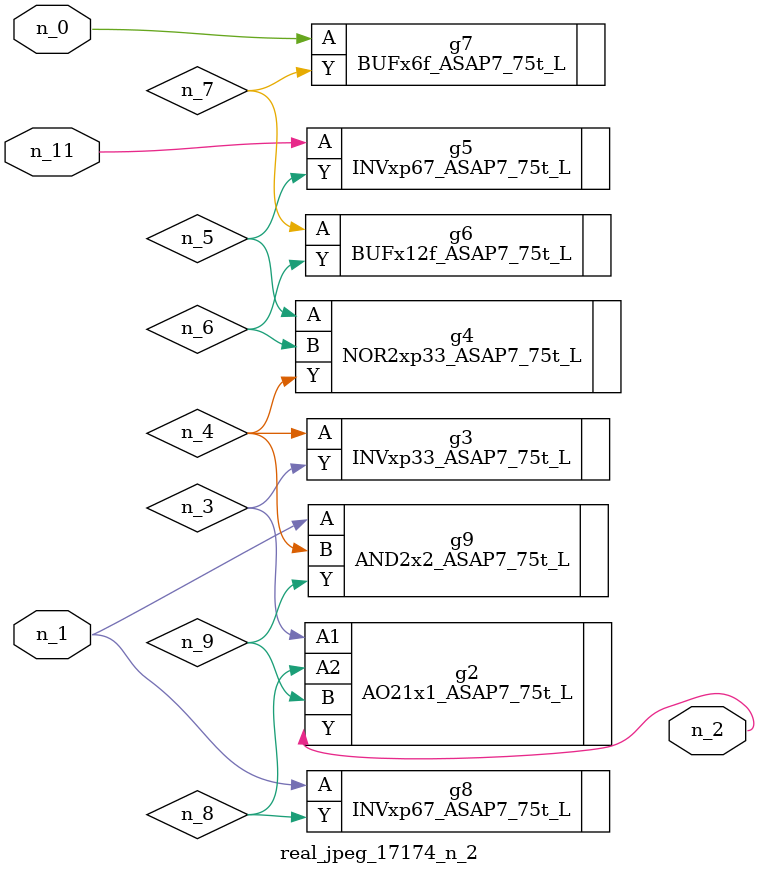
<source format=v>
module real_jpeg_17174_n_2 (n_1, n_11, n_0, n_2);

input n_1;
input n_11;
input n_0;

output n_2;

wire n_5;
wire n_8;
wire n_4;
wire n_6;
wire n_7;
wire n_3;
wire n_9;

BUFx6f_ASAP7_75t_L g7 ( 
.A(n_0),
.Y(n_7)
);

INVxp67_ASAP7_75t_L g8 ( 
.A(n_1),
.Y(n_8)
);

AND2x2_ASAP7_75t_L g9 ( 
.A(n_1),
.B(n_4),
.Y(n_9)
);

AO21x1_ASAP7_75t_L g2 ( 
.A1(n_3),
.A2(n_8),
.B(n_9),
.Y(n_2)
);

INVxp33_ASAP7_75t_L g3 ( 
.A(n_4),
.Y(n_3)
);

NOR2xp33_ASAP7_75t_L g4 ( 
.A(n_5),
.B(n_6),
.Y(n_4)
);

BUFx12f_ASAP7_75t_L g6 ( 
.A(n_7),
.Y(n_6)
);

INVxp67_ASAP7_75t_L g5 ( 
.A(n_11),
.Y(n_5)
);


endmodule
</source>
